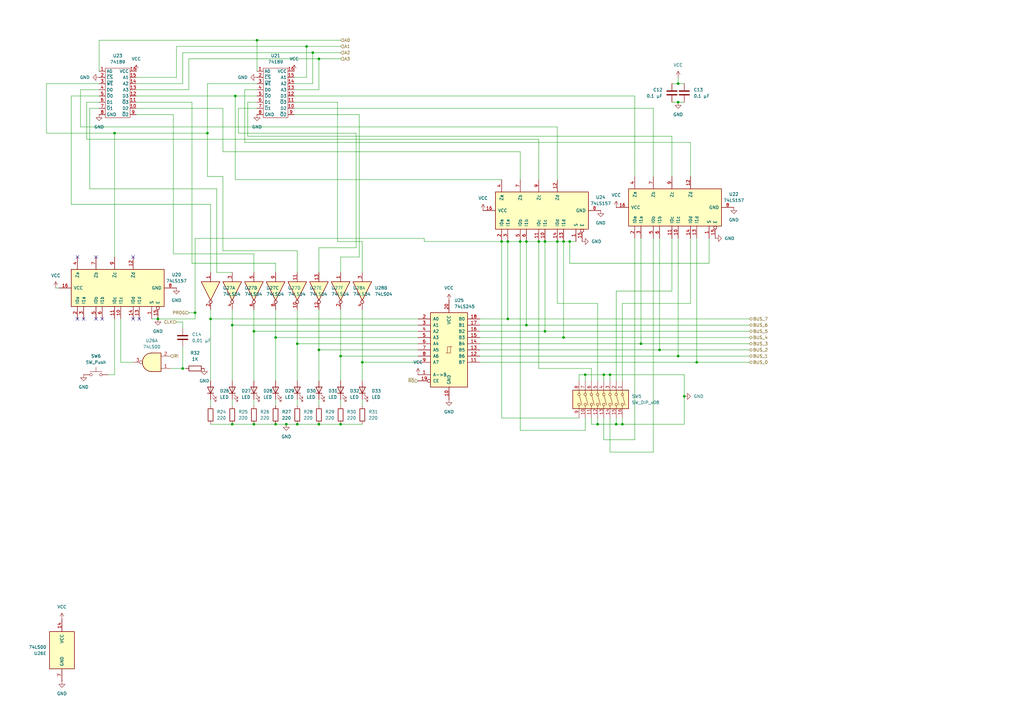
<source format=kicad_sch>
(kicad_sch (version 20250114) (generator "eeschema") (generator_version "9.0")
  (paper "A3")
  (lib_symbols
    (symbol "74F189SJ_2"
      (property "Reference" "U" (at 5.842 13.716 0))
      (property "Value" "74189" (at 7.112 11.176 0))
      (symbol "74F189SJ_2_1_1"
        (pin input line (at -2.54 1.27 0) (length 2.54) (name "A0") (number "1"))
        (pin input line (at -2.54 -1.27 0) (length 2.54) (name "~{CS}") (number "2"))
        (pin input line (at -2.54 -3.81 0) (length 2.54) (name "~{WE}") (number "3"))
        (pin input line (at -2.54 -6.35 0) (length 2.54) (name "D0") (number "4"))
        (pin output line (at -2.54 -8.89 0) (length 2.54) (name "~{O}0") (number "5"))
        (pin input line (at -2.54 -11.43 0) (length 2.54) (name "D1") (number "6"))
        (pin output line (at -2.54 -13.97 0) (length 2.54) (name "~{O}1") (number "7"))
        (pin input line (at -2.54 -16.51 0) (length 2.54) (name "GND") (number "8"))
        (pin input line (at 12.7 1.27 180) (length 2.54) (name "VCC") (number "16"))
        (pin input line (at 12.7 -1.27 180) (length 2.54) (name "A1") (number "15"))
        (pin input line (at 12.7 -3.81 180) (length 2.54) (name "A2") (number "14"))
        (pin input line (at 12.7 -6.35 180) (length 2.54) (name "A3") (number "13"))
        (pin input line (at 12.7 -8.89 180) (length 2.54) (name "D3") (number "12"))
        (pin output line (at 12.7 -11.43 180) (length 2.54) (name "~{O}3") (number "11"))
        (pin input line (at 12.7 -13.97 180) (length 2.54) (name "D2") (number "10"))
        (pin output line (at 12.7 -16.51 180) (length 2.54) (name "~{O}2") (number "9"))
      )
    )
    (symbol "74xx:74LS00" (pin_names (offset 1.016))
      (property "Reference" "U" (at 0 1.27 0))
      (property "Value" "74LS00" (at 0 -1.27 0))
      (symbol "74LS00_1_1"
        (pin input line (at -7.62 2.54 0) (length 3.81) (name "~") (number "1"))
        (pin input line (at -7.62 -2.54 0) (length 3.81) (name "~") (number "2"))
        (pin output inverted (at 7.62 0 180) (length 3.81) (name "~") (number "3"))
      )
      (symbol "74LS00_1_2"
        (pin input inverted (at -7.62 2.54 0) (length 4.318) (name "~") (number "1"))
        (pin input inverted (at -7.62 -2.54 0) (length 4.318) (name "~") (number "2"))
        (pin output line (at 7.62 0 180) (length 3.81) (name "~") (number "3"))
      )
      (symbol "74LS00_2_1"
        (pin input line (at -7.62 2.54 0) (length 3.81) (name "~") (number "4"))
        (pin input line (at -7.62 -2.54 0) (length 3.81) (name "~") (number "5"))
        (pin output inverted (at 7.62 0 180) (length 3.81) (name "~") (number "6"))
      )
      (symbol "74LS00_2_2"
        (pin input inverted (at -7.62 2.54 0) (length 4.318) (name "~") (number "4"))
        (pin input inverted (at -7.62 -2.54 0) (length 4.318) (name "~") (number "5"))
        (pin output line (at 7.62 0 180) (length 3.81) (name "~") (number "6"))
      )
      (symbol "74LS00_3_1"
        (pin input line (at -7.62 2.54 0) (length 3.81) (name "~") (number "9"))
        (pin input line (at -7.62 -2.54 0) (length 3.81) (name "~") (number "10"))
        (pin output inverted (at 7.62 0 180) (length 3.81) (name "~") (number "8"))
      )
      (symbol "74LS00_3_2"
        (pin input inverted (at -7.62 2.54 0) (length 4.318) (name "~") (number "9"))
        (pin input inverted (at -7.62 -2.54 0) (length 4.318) (name "~") (number "10"))
        (pin output line (at 7.62 0 180) (length 3.81) (name "~") (number "8"))
      )
      (symbol "74LS00_4_1"
        (pin input line (at -7.62 2.54 0) (length 3.81) (name "~") (number "12"))
        (pin input line (at -7.62 -2.54 0) (length 3.81) (name "~") (number "13"))
        (pin output inverted (at 7.62 0 180) (length 3.81) (name "~") (number "11"))
      )
      (symbol "74LS00_4_2"
        (pin input inverted (at -7.62 2.54 0) (length 4.318) (name "~") (number "12"))
        (pin input inverted (at -7.62 -2.54 0) (length 4.318) (name "~") (number "13"))
        (pin output line (at 7.62 0 180) (length 3.81) (name "~") (number "11"))
      )
      (symbol "74LS00_5_0"
        (pin power_in line (at 0 12.7 270) (length 5.08) (name "VCC") (number "14"))
        (pin power_in line (at 0 -12.7 90) (length 5.08) (name "GND") (number "7"))
      )
    )
    (symbol "74xx:74LS04"
      (property "Reference" "U" (at 0 1.27 0))
      (property "Value" "74LS04" (at 0 -1.27 0))
      (symbol "74LS04_1_0"
        (pin input line (at -7.62 0 0) (length 3.81) (name "~") (number "1"))
        (pin output inverted (at 7.62 0 180) (length 3.81) (name "~") (number "2"))
      )
      (symbol "74LS04_2_0"
        (pin input line (at -7.62 0 0) (length 3.81) (name "~") (number "3"))
        (pin output inverted (at 7.62 0 180) (length 3.81) (name "~") (number "4"))
      )
      (symbol "74LS04_3_0"
        (pin input line (at -7.62 0 0) (length 3.81) (name "~") (number "5"))
        (pin output inverted (at 7.62 0 180) (length 3.81) (name "~") (number "6"))
      )
      (symbol "74LS04_4_0"
        (pin input line (at -7.62 0 0) (length 3.81) (name "~") (number "9"))
        (pin output inverted (at 7.62 0 180) (length 3.81) (name "~") (number "8"))
      )
      (symbol "74LS04_5_0"
        (pin input line (at -7.62 0 0) (length 3.81) (name "~") (number "11"))
        (pin output inverted (at 7.62 0 180) (length 3.81) (name "~") (number "10"))
      )
      (symbol "74LS04_6_0"
        (pin input line (at -7.62 0 0) (length 3.81) (name "~") (number "13"))
        (pin output inverted (at 7.62 0 180) (length 3.81) (name "~") (number "12"))
      )
      (symbol "74LS04_7_0"
        (pin power_in line (at 0 12.7 270) (length 5.08) (name "VCC") (number "14"))
        (pin power_in line (at 0 -12.7 90) (length 5.08) (name "GND") (number "7"))
      )
    )
    (symbol "74xx:74LS157" (pin_names (offset 1.016))
      (property "Reference" "U" (at -7.62 19.05 0))
      (property "Value" "74LS157" (at -7.62 -21.59 0))
      (symbol "74LS157_1_0"
        (pin input line (at -12.7 15.24 0) (length 5.08) (name "I0a") (number "2"))
        (pin input line (at -12.7 12.7 0) (length 5.08) (name "I1a") (number "3"))
        (pin input line (at -12.7 7.62 0) (length 5.08) (name "I0b") (number "5"))
        (pin input line (at -12.7 5.08 0) (length 5.08) (name "I1b") (number "6"))
        (pin input line (at -12.7 0 0) (length 5.08) (name "I0c") (number "11"))
        (pin input line (at -12.7 -2.54 0) (length 5.08) (name "I1c") (number "10"))
        (pin input line (at -12.7 -7.62 0) (length 5.08) (name "I0d") (number "14"))
        (pin input line (at -12.7 -10.16 0) (length 5.08) (name "I1d") (number "13"))
        (pin input line (at -12.7 -15.24 0) (length 5.08) (name "S") (number "1"))
        (pin input inverted (at -12.7 -17.78 0) (length 5.08) (name "E") (number "15"))
        (pin power_in line (at 0 22.86 270) (length 5.08) (name "VCC") (number "16"))
        (pin power_in line (at 0 -25.4 90) (length 5.08) (name "GND") (number "8"))
        (pin output line (at 12.7 15.24 180) (length 5.08) (name "Za") (number "4"))
        (pin output line (at 12.7 7.62 180) (length 5.08) (name "Zb") (number "7"))
        (pin output line (at 12.7 0 180) (length 5.08) (name "Zc") (number "9"))
        (pin output line (at 12.7 -7.62 180) (length 5.08) (name "Zd") (number "12"))
      )
    )
    (symbol "74xx:74LS245" (pin_names (offset 1.016))
      (property "Reference" "U" (at -7.62 16.51 0))
      (property "Value" "74LS245" (at -7.62 -16.51 0))
      (symbol "74LS245_1_0"
        (pin tri_state line (at -12.7 12.7 0) (length 5.08) (name "A0") (number "2"))
        (pin tri_state line (at -12.7 10.16 0) (length 5.08) (name "A1") (number "3"))
        (pin tri_state line (at -12.7 7.62 0) (length 5.08) (name "A2") (number "4"))
        (pin tri_state line (at -12.7 5.08 0) (length 5.08) (name "A3") (number "5"))
        (pin tri_state line (at -12.7 2.54 0) (length 5.08) (name "A4") (number "6"))
        (pin tri_state line (at -12.7 0 0) (length 5.08) (name "A5") (number "7"))
        (pin tri_state line (at -12.7 -2.54 0) (length 5.08) (name "A6") (number "8"))
        (pin tri_state line (at -12.7 -5.08 0) (length 5.08) (name "A7") (number "9"))
        (pin input line (at -12.7 -10.16 0) (length 5.08) (name "A->B") (number "1"))
        (pin input inverted (at -12.7 -12.7 0) (length 5.08) (name "CE") (number "19"))
        (pin power_in line (at 0 20.32 270) (length 5.08) (name "VCC") (number "20"))
        (pin power_in line (at 0 -20.32 90) (length 5.08) (name "GND") (number "10"))
        (pin tri_state line (at 12.7 12.7 180) (length 5.08) (name "B0") (number "18"))
        (pin tri_state line (at 12.7 10.16 180) (length 5.08) (name "B1") (number "17"))
        (pin tri_state line (at 12.7 7.62 180) (length 5.08) (name "B2") (number "16"))
        (pin tri_state line (at 12.7 5.08 180) (length 5.08) (name "B3") (number "15"))
        (pin tri_state line (at 12.7 2.54 180) (length 5.08) (name "B4") (number "14"))
        (pin tri_state line (at 12.7 0 180) (length 5.08) (name "B5") (number "13"))
        (pin tri_state line (at 12.7 -2.54 180) (length 5.08) (name "B6") (number "12"))
        (pin tri_state line (at 12.7 -5.08 180) (length 5.08) (name "B7") (number "11"))
      )
    )
    (symbol "Custom:74F189SJ"
      (property "Reference" "U" (at 5.842 13.716 0))
      (property "Value" "74189" (at 7.112 11.176 0))
      (symbol "74F189SJ_1_1"
        (pin input line (at -2.54 1.27 0) (length 2.54) (name "A0") (number "1"))
        (pin input line (at -2.54 -1.27 0) (length 2.54) (name "~{CS}") (number "2"))
        (pin input line (at -2.54 -3.81 0) (length 2.54) (name "~{WE}") (number "3"))
        (pin input line (at -2.54 -6.35 0) (length 2.54) (name "D0") (number "4"))
        (pin output line (at -2.54 -8.89 0) (length 2.54) (name "~{O}0") (number "5"))
        (pin input line (at -2.54 -11.43 0) (length 2.54) (name "D1") (number "6"))
        (pin output line (at -2.54 -13.97 0) (length 2.54) (name "~{O}1") (number "7"))
        (pin input line (at -2.54 -16.51 0) (length 2.54) (name "GND") (number "8"))
        (pin input line (at 12.7 1.27 180) (length 2.54) (name "VCC") (number "16"))
        (pin input line (at 12.7 -1.27 180) (length 2.54) (name "A1") (number "15"))
        (pin input line (at 12.7 -3.81 180) (length 2.54) (name "A2") (number "14"))
        (pin input line (at 12.7 -6.35 180) (length 2.54) (name "A3") (number "13"))
        (pin input line (at 12.7 -8.89 180) (length 2.54) (name "D3") (number "12"))
        (pin output line (at 12.7 -11.43 180) (length 2.54) (name "~{O}3") (number "11"))
        (pin input line (at 12.7 -13.97 180) (length 2.54) (name "D2") (number "10"))
        (pin output line (at 12.7 -16.51 180) (length 2.54) (name "~{O}2") (number "9"))
      )
    )
    (symbol "Device:C" (pin_numbers (hide yes)) (pin_names (offset 0.254))
      (property "Reference" "C" (at 0.635 2.54 0))
      (property "Value" "C" (at 0.635 -2.54 0))
      (symbol "C_1_1"
        (pin passive line (at 0 3.81 270) (length 2.794) (name "~") (number "1"))
        (pin passive line (at 0 -3.81 90) (length 2.794) (name "~") (number "2"))
      )
    )
    (symbol "Device:LED" (pin_numbers (hide yes)) (pin_names (offset 1.016) (hide yes))
      (property "Reference" "D" (at 0 2.54 0))
      (property "Value" "LED" (at 0 -2.54 0))
      (symbol "LED_1_1"
        (pin passive line (at -3.81 0 0) (length 2.54) (name "K") (number "1"))
        (pin passive line (at 3.81 0 180) (length 2.54) (name "A") (number "2"))
      )
    )
    (symbol "Device:R" (pin_numbers (hide yes)) (pin_names (offset 0))
      (property "Reference" "R" (at 2.032 0 90))
      (property "Value" "R" (at 0 0 90))
      (symbol "R_1_1"
        (pin passive line (at 0 3.81 270) (length 1.27) (name "~") (number "1"))
        (pin passive line (at 0 -3.81 90) (length 1.27) (name "~") (number "2"))
      )
    )
    (symbol "Switch:SW_DIP_x08" (pin_names (offset 0) (hide yes))
      (property "Reference" "SW" (at 0 13.97 0))
      (property "Value" "SW_DIP_x08" (at 0 -11.43 0))
      (symbol "SW_DIP_x08_1_1"
        (pin passive line (at -7.62 10.16 0) (length 5.08) (name "~") (number "1"))
        (pin passive line (at -7.62 7.62 0) (length 5.08) (name "~") (number "2"))
        (pin passive line (at -7.62 5.08 0) (length 5.08) (name "~") (number "3"))
        (pin passive line (at -7.62 2.54 0) (length 5.08) (name "~") (number "4"))
        (pin passive line (at -7.62 0 0) (length 5.08) (name "~") (number "5"))
        (pin passive line (at -7.62 -2.54 0) (length 5.08) (name "~") (number "6"))
        (pin passive line (at -7.62 -5.08 0) (length 5.08) (name "~") (number "7"))
        (pin passive line (at -7.62 -7.62 0) (length 5.08) (name "~") (number "8"))
        (pin passive line (at 7.62 10.16 180) (length 5.08) (name "~") (number "16"))
        (pin passive line (at 7.62 7.62 180) (length 5.08) (name "~") (number "15"))
        (pin passive line (at 7.62 5.08 180) (length 5.08) (name "~") (number "14"))
        (pin passive line (at 7.62 2.54 180) (length 5.08) (name "~") (number "13"))
        (pin passive line (at 7.62 0 180) (length 5.08) (name "~") (number "12"))
        (pin passive line (at 7.62 -2.54 180) (length 5.08) (name "~") (number "11"))
        (pin passive line (at 7.62 -5.08 180) (length 5.08) (name "~") (number "10"))
        (pin passive line (at 7.62 -7.62 180) (length 5.08) (name "~") (number "9"))
      )
    )
    (symbol "Switch:SW_Push" (pin_numbers (hide yes)) (pin_names (offset 1.016) (hide yes))
      (property "Reference" "SW" (at 1.27 2.54 0))
      (property "Value" "SW_Push" (at 0 -1.524 0))
      (symbol "SW_Push_0_1"
        (pin passive line (at -5.08 0 0) (length 2.54) (name "1") (number "1"))
        (pin passive line (at 5.08 0 180) (length 2.54) (name "2") (number "2"))
      )
    )
    (symbol "power:GND" (power) (pin_numbers (hide yes)) (pin_names (offset 0) (hide yes))
      (property "Value" "GND" (at 0 -3.81 0))
      (symbol "GND_1_1"
        (pin power_in line (at 0 0 270) (length 0) (name "~") (number "1"))
      )
    )
    (symbol "power:VCC" (power) (pin_numbers (hide yes)) (pin_names (offset 0) (hide yes))
      (property "Value" "VCC" (at 0 3.556 0))
      (symbol "VCC_1_1"
        (pin power_in line (at 0 0 90) (length 0) (name "~") (number "1"))
      )
    )
  )
  (junction (at 280.67 162.56))
  (junction (at 213.36 99.06))
  (junction (at 223.52 99.06))
  (junction (at 233.68 99.06))
  (junction (at 245.11 173.99))
  (junction (at 231.14 138.43))
  (junction (at 285.75 148.59))
  (junction (at 148.59 148.59))
  (junction (at 208.28 130.81))
  (junction (at 250.19 153.67))
  (junction (at 205.74 99.06))
  (junction (at 139.7 146.05))
  (junction (at 278.13 146.05))
  (junction (at 125.73 19.05))
  (junction (at 130.81 173.99))
  (junction (at 74.93 151.13))
  (junction (at 240.03 153.67))
  (junction (at 104.14 135.89))
  (junction (at 113.03 138.43))
  (junction (at 105.41 16.51))
  (junction (at 278.13 41.91))
  (junction (at 128.27 21.59))
  (junction (at 220.98 99.06))
  (junction (at 278.13 34.29))
  (junction (at 104.14 173.99))
  (junction (at 64.77 130.81))
  (junction (at 223.52 135.89))
  (junction (at 96.52 39.37))
  (junction (at 215.9 133.35))
  (junction (at 85.09 54.61))
  (junction (at 117.4206 173.99))
  (junction (at 86.36 130.81))
  (junction (at 262.89 140.97))
  (junction (at 228.6 99.06))
  (junction (at 121.92 173.99))
  (junction (at 95.25 173.99))
  (junction (at 255.27 173.99))
  (junction (at 270.51 143.51))
  (junction (at 215.9 99.06))
  (junction (at 113.03 173.99))
  (junction (at 252.73 173.99))
  (junction (at 130.81 24.13))
  (junction (at 95.25 133.35))
  (junction (at 247.65 153.67))
  (junction (at 121.92 140.97))
  (junction (at 80.01 128.27))
  (junction (at 130.81 143.51))
  (junction (at 46.99 54.61))
  (junction (at 231.14 99.06))
  (junction (at 208.28 99.06))
  (junction (at 139.7 173.99))
  (no_connect (at 39.37 105.41))
  (no_connect (at 54.61 105.41))
  (no_connect (at 57.15 130.81))
  (no_connect (at 39.37 130.81))
  (no_connect (at 41.91 130.81))
  (no_connect (at 31.75 105.41))
  (no_connect (at 31.75 130.81))
  (no_connect (at 34.29 130.81))
  (no_connect (at 54.61 130.81))
  (wire (pts (xy 213.36 99.06) (xy 208.28 99.06)))
  (wire (pts (xy 147.32 105.41) (xy 139.7 105.41)))
  (wire (pts (xy 148.59 99.06) (xy 148.59 111.76)))
  (wire (pts (xy 113.03 163.83) (xy 113.03 166.37)))
  (wire (pts (xy 121.92 140.97) (xy 171.45 140.97)))
  (wire (pts (xy 120.65 34.29) (xy 128.27 34.29)))
  (wire (pts (xy 74.93 34.29) (xy 74.93 21.59)))
  (wire (pts (xy 33.02 36.83) (xy 33.02 52.07)))
  (wire (pts (xy 285.75 148.59) (xy 307.34 148.59)))
  (wire (pts (xy 120.65 39.37) (xy 260.35 39.37)))
  (wire (pts (xy 231.14 99.06) (xy 228.6 99.06)))
  (wire (pts (xy 196.85 143.51) (xy 270.51 143.51)))
  (wire (pts (xy 139.7 105.41) (xy 139.7 111.76)))
  (wire (pts (xy 130.81 143.51) (xy 171.45 143.51)))
  (wire (pts (xy 74.93 142.24) (xy 74.93 151.13)))
  (wire (pts (xy 40.64 34.29) (xy 19.05 34.29)))
  (wire (pts (xy 237.49 153.67) (xy 240.03 153.67)))
  (wire (pts (xy 260.35 180.34) (xy 247.65 180.34)))
  (wire (pts (xy 105.41 41.91) (xy 101.6 41.91)))
  (wire (pts (xy 138.43 41.91) (xy 138.43 99.06)))
  (wire (pts (xy 278.13 146.05) (xy 307.34 146.05)))
  (wire (pts (xy 86.36 83.82) (xy 86.36 111.76)))
  (wire (pts (xy 64.77 130.81) (xy 80.01 130.81)))
  (wire (pts (xy 275.59 41.91) (xy 278.13 41.91)))
  (wire (pts (xy 85.09 72.39) (xy 91.44 72.39)))
  (wire (pts (xy 245.11 171.45) (xy 245.11 173.99)))
  (wire (pts (xy 40.64 16.51) (xy 105.41 16.51)))
  (wire (pts (xy 242.57 151.13) (xy 242.57 156.21)))
  (wire (pts (xy 240.03 176.53) (xy 240.03 171.45)))
  (wire (pts (xy 74.93 151.13) (xy 69.85 151.13)))
  (wire (pts (xy 120.65 44.45) (xy 267.97 44.45)))
  (wire (pts (xy 74.93 21.59) (xy 128.27 21.59)))
  (wire (pts (xy 104.14 104.14) (xy 104.14 111.76)))
  (wire (pts (xy 240.03 153.67) (xy 240.03 156.21)))
  (wire (pts (xy 121.92 173.99) (xy 130.81 173.99)))
  (wire (pts (xy 78.74 107.95) (xy 113.03 107.95)))
  (wire (pts (xy 101.6 55.88) (xy 275.59 55.88)))
  (wire (pts (xy 250.19 153.67) (xy 280.67 153.67)))
  (wire (pts (xy 255.27 124.46) (xy 255.27 156.21)))
  (wire (pts (xy 120.65 41.91) (xy 138.43 41.91)))
  (wire (pts (xy 88.9 111.76) (xy 95.25 111.76)))
  (wire (pts (xy 205.74 99.06) (xy 173.99 99.06)))
  (wire (pts (xy 55.88 36.83) (xy 77.47 36.83)))
  (wire (pts (xy 250.19 153.67) (xy 250.19 156.21)))
  (wire (pts (xy 242.57 173.99) (xy 245.11 173.99)))
  (wire (pts (xy 95.25 163.83) (xy 95.25 166.37)))
  (wire (pts (xy 223.52 99.06) (xy 223.52 135.89)))
  (wire (pts (xy 80.01 130.81) (xy 80.01 128.27)))
  (wire (pts (xy 215.9 99.06) (xy 213.36 99.06)))
  (wire (pts (xy 71.12 104.14) (xy 104.14 104.14)))
  (wire (pts (xy 228.6 124.46) (xy 245.11 124.46)))
  (wire (pts (xy 240.03 153.67) (xy 247.65 153.67)))
  (wire (pts (xy 283.21 124.46) (xy 255.27 124.46)))
  (wire (pts (xy 40.64 39.37) (xy 29.21 39.37)))
  (wire (pts (xy 96.52 73.66) (xy 205.74 73.66)))
  (wire (pts (xy 19.05 34.29) (xy 19.05 54.61)))
  (wire (pts (xy 223.52 135.89) (xy 307.34 135.89)))
  (wire (pts (xy 139.7 146.05) (xy 139.7 156.21)))
  (wire (pts (xy 86.36 127) (xy 86.36 130.81)))
  (wire (pts (xy 55.88 39.37) (xy 96.52 39.37)))
  (wire (pts (xy 113.03 107.95) (xy 113.03 111.76)))
  (wire (pts (xy 213.36 176.53) (xy 240.03 176.53)))
  (wire (pts (xy 236.22 99.06) (xy 233.68 99.06)))
  (wire (pts (xy 213.36 99.06) (xy 213.36 176.53)))
  (wire (pts (xy 72.39 19.05) (xy 125.73 19.05)))
  (wire (pts (xy 55.88 44.45) (xy 91.44 44.45)))
  (wire (pts (xy 86.36 130.81) (xy 86.36 156.21)))
  (wire (pts (xy 104.14 135.89) (xy 104.14 156.21)))
  (wire (pts (xy 148.59 127) (xy 148.59 148.59)))
  (wire (pts (xy 105.41 34.29) (xy 85.09 34.29)))
  (wire (pts (xy 46.99 54.61) (xy 85.09 54.61)))
  (wire (pts (xy 35.56 57.15) (xy 220.98 57.15)))
  (wire (pts (xy 19.05 54.61) (xy 46.99 54.61)))
  (wire (pts (xy 267.97 97.79) (xy 267.97 185.42)))
  (wire (pts (xy 228.6 52.07) (xy 228.6 73.66)))
  (wire (pts (xy 86.36 163.83) (xy 86.36 166.37)))
  (wire (pts (xy 78.74 41.91) (xy 78.74 107.95)))
  (wire (pts (xy 121.92 127) (xy 121.92 140.97)))
  (wire (pts (xy 121.92 102.87) (xy 121.92 111.76)))
  (wire (pts (xy 255.27 171.45) (xy 255.27 173.99)))
  (wire (pts (xy 148.59 148.59) (xy 148.59 156.21)))
  (wire (pts (xy 86.36 173.99) (xy 95.25 173.99)))
  (wire (pts (xy 49.53 130.81) (xy 49.53 148.59)))
  (wire (pts (xy 95.25 173.99) (xy 104.14 173.99)))
  (wire (pts (xy 285.75 97.79) (xy 285.75 148.59)))
  (wire (pts (xy 120.65 31.75) (xy 125.73 31.75)))
  (wire (pts (xy 247.65 153.67) (xy 250.19 153.67)))
  (wire (pts (xy 208.28 99.06) (xy 205.74 99.06)))
  (wire (pts (xy 139.7 163.83) (xy 139.7 166.37)))
  (wire (pts (xy 86.36 130.81) (xy 171.45 130.81)))
  (wire (pts (xy 278.13 97.79) (xy 278.13 146.05)))
  (wire (pts (xy 220.98 151.13) (xy 242.57 151.13)))
  (wire (pts (xy 196.85 135.89) (xy 223.52 135.89)))
  (wire (pts (xy 196.85 148.59) (xy 285.75 148.59)))
  (wire (pts (xy 130.81 163.83) (xy 130.81 166.37)))
  (wire (pts (xy 24.13 118.11) (xy 22.86 118.11)))
  (wire (pts (xy 220.98 57.15) (xy 220.98 73.66)))
  (wire (pts (xy 252.73 119.38) (xy 252.73 156.21)))
  (wire (pts (xy 36.83 77.47) (xy 88.9 77.47)))
  (wire (pts (xy 283.21 97.79) (xy 283.21 124.46)))
  (wire (pts (xy 278.13 34.29) (xy 278.13 31.75)))
  (wire (pts (xy 77.47 36.83) (xy 77.47 24.13)))
  (wire (pts (xy 270.51 97.79) (xy 270.51 143.51)))
  (wire (pts (xy 242.57 171.45) (xy 242.57 173.99)))
  (wire (pts (xy 29.21 39.37) (xy 29.21 83.82)))
  (wire (pts (xy 105.41 36.83) (xy 100.33 36.83)))
  (wire (pts (xy 196.85 130.81) (xy 208.28 130.81)))
  (wire (pts (xy 233.68 99.06) (xy 231.14 99.06)))
  (wire (pts (xy 245.11 173.99) (xy 252.73 173.99)))
  (wire (pts (xy 72.39 132.08) (xy 74.93 132.08)))
  (wire (pts (xy 278.13 34.29) (xy 275.59 34.29)))
  (wire (pts (xy 252.73 173.99) (xy 255.27 173.99)))
  (wire (pts (xy 88.9 77.47) (xy 88.9 111.76)))
  (wire (pts (xy 55.88 41.91) (xy 78.74 41.91)))
  (wire (pts (xy 104.14 127) (xy 104.14 135.89)))
  (wire (pts (xy 196.85 146.05) (xy 278.13 146.05)))
  (wire (pts (xy 55.88 31.75) (xy 72.39 31.75)))
  (wire (pts (xy 223.52 99.06) (xy 220.98 99.06)))
  (wire (pts (xy 121.92 163.83) (xy 121.92 166.37)))
  (wire (pts (xy 205.74 171.45) (xy 237.49 171.45)))
  (wire (pts (xy 255.27 173.99) (xy 280.67 173.99)))
  (wire (pts (xy 237.49 156.21) (xy 237.49 153.67)))
  (wire (pts (xy 196.85 138.43) (xy 231.14 138.43)))
  (wire (pts (xy 130.81 127) (xy 130.81 143.51)))
  (wire (pts (xy 97.79 44.45) (xy 97.79 54.61)))
  (wire (pts (xy 85.09 34.29) (xy 85.09 54.61)))
  (wire (pts (xy 208.28 130.81) (xy 307.34 130.81)))
  (wire (pts (xy 231.14 99.06) (xy 231.14 138.43)))
  (wire (pts (xy 196.85 133.35) (xy 215.9 133.35)))
  (wire (pts (xy 95.25 127) (xy 95.25 133.35)))
  (wire (pts (xy 105.41 29.21) (xy 105.41 16.51)))
  (wire (pts (xy 100.33 36.83) (xy 100.33 58.42)))
  (wire (pts (xy 55.88 34.29) (xy 74.93 34.29)))
  (wire (pts (xy 91.44 72.39) (xy 91.44 102.87)))
  (wire (pts (xy 139.7 127) (xy 139.7 146.05)))
  (wire (pts (xy 267.97 44.45) (xy 267.97 72.39)))
  (wire (pts (xy 275.59 119.38) (xy 252.73 119.38)))
  (wire (pts (xy 120.65 36.83) (xy 130.81 36.83)))
  (wire (pts (xy 250.19 185.42) (xy 250.19 171.45)))
  (wire (pts (xy 100.33 58.42) (xy 283.21 58.42)))
  (wire (pts (xy 120.65 46.99) (xy 147.32 46.99)))
  (wire (pts (xy 91.44 44.45) (xy 91.44 62.23)))
  (wire (pts (xy 280.67 153.67) (xy 280.67 162.56)))
  (wire (pts (xy 290.83 97.79) (xy 290.83 107.95)))
  (wire (pts (xy 146.05 101.6) (xy 130.81 101.6)))
  (wire (pts (xy 101.6 41.91) (xy 101.6 55.88)))
  (wire (pts (xy 128.27 21.59) (xy 139.7 21.59)))
  (wire (pts (xy 77.47 24.13) (xy 130.81 24.13)))
  (wire (pts (xy 228.6 99.06) (xy 223.52 99.06)))
  (wire (pts (xy 208.28 99.06) (xy 208.28 130.81)))
  (wire (pts (xy 139.7 173.99) (xy 148.59 173.99)))
  (wire (pts (xy 40.64 29.21) (xy 40.64 16.51)))
  (wire (pts (xy 113.03 138.43) (xy 113.03 156.21)))
  (wire (pts (xy 62.23 130.81) (xy 64.77 130.81)))
  (wire (pts (xy 260.35 97.79) (xy 260.35 180.34)))
  (wire (pts (xy 130.81 36.83) (xy 130.81 24.13)))
  (wire (pts (xy 233.68 107.95) (xy 233.68 99.06)))
  (wire (pts (xy 113.03 173.99) (xy 117.4206 173.99)))
  (wire (pts (xy 252.73 171.45) (xy 252.73 173.99)))
  (wire (pts (xy 71.12 46.99) (xy 71.12 104.14)))
  (wire (pts (xy 85.09 54.61) (xy 85.09 72.39)))
  (wire (pts (xy 138.43 99.06) (xy 148.59 99.06)))
  (wire (pts (xy 260.35 39.37) (xy 260.35 72.39)))
  (wire (pts (xy 105.41 16.51) (xy 139.7 16.51)))
  (wire (pts (xy 275.59 97.79) (xy 275.59 119.38)))
  (wire (pts (xy 117.4206 173.99) (xy 121.92 173.99)))
  (wire (pts (xy 29.21 83.82) (xy 86.36 83.82)))
  (wire (pts (xy 72.39 31.75) (xy 72.39 19.05)))
  (wire (pts (xy 97.79 54.61) (xy 146.05 54.61)))
  (wire (pts (xy 40.64 41.91) (xy 35.56 41.91)))
  (wire (pts (xy 275.59 55.88) (xy 275.59 72.39)))
  (wire (pts (xy 147.32 46.99) (xy 147.32 105.41)))
  (wire (pts (xy 231.14 138.43) (xy 307.34 138.43)))
  (wire (pts (xy 104.14 163.83) (xy 104.14 166.37)))
  (wire (pts (xy 228.6 99.06) (xy 228.6 124.46)))
  (wire (pts (xy 128.27 34.29) (xy 128.27 21.59)))
  (wire (pts (xy 46.99 153.67) (xy 44.45 153.67)))
  (wire (pts (xy 262.89 97.79) (xy 262.89 140.97)))
  (wire (pts (xy 96.52 39.37) (xy 105.41 39.37)))
  (wire (pts (xy 74.93 151.13) (xy 76.2 151.13)))
  (wire (pts (xy 215.9 133.35) (xy 307.34 133.35)))
  (wire (pts (xy 46.99 54.61) (xy 46.99 105.41)))
  (wire (pts (xy 215.9 99.06) (xy 215.9 133.35)))
  (wire (pts (xy 213.36 62.23) (xy 213.36 73.66)))
  (wire (pts (xy 267.97 185.42) (xy 250.19 185.42)))
  (wire (pts (xy 49.53 148.59) (xy 54.61 148.59)))
  (wire (pts (xy 270.51 143.51) (xy 307.34 143.51)))
  (wire (pts (xy 130.81 101.6) (xy 130.81 111.76)))
  (wire (pts (xy 125.73 31.75) (xy 125.73 19.05)))
  (wire (pts (xy 146.05 54.61) (xy 146.05 101.6)))
  (wire (pts (xy 247.65 153.67) (xy 247.65 156.21)))
  (wire (pts (xy 91.44 62.23) (xy 213.36 62.23)))
  (wire (pts (xy 36.83 44.45) (xy 36.83 77.47)))
  (wire (pts (xy 46.99 130.81) (xy 46.99 153.67)))
  (wire (pts (xy 247.65 180.34) (xy 247.65 171.45)))
  (wire (pts (xy 35.56 41.91) (xy 35.56 57.15)))
  (wire (pts (xy 196.85 140.97) (xy 262.89 140.97)))
  (wire (pts (xy 130.81 173.99) (xy 139.7 173.99)))
  (wire (pts (xy 105.41 44.45) (xy 97.79 44.45)))
  (wire (pts (xy 113.03 127) (xy 113.03 138.43)))
  (wire (pts (xy 262.89 140.97) (xy 307.34 140.97)))
  (wire (pts (xy 171.45 138.43) (xy 113.03 138.43)))
  (wire (pts (xy 171.45 135.89) (xy 104.14 135.89)))
  (wire (pts (xy 55.88 46.99) (xy 71.12 46.99)))
  (wire (pts (xy 220.98 99.06) (xy 215.9 99.06)))
  (wire (pts (xy 278.13 34.29) (xy 280.67 34.29)))
  (wire (pts (xy 130.81 24.13) (xy 139.7 24.13)))
  (wire (pts (xy 40.64 36.83) (xy 33.02 36.83)))
  (wire (pts (xy 148.59 148.59) (xy 171.45 148.59)))
  (wire (pts (xy 278.13 41.91) (xy 280.67 41.91)))
  (wire (pts (xy 91.44 102.87) (xy 121.92 102.87)))
  (wire (pts (xy 205.74 99.06) (xy 205.74 171.45)))
  (wire (pts (xy 283.21 58.42) (xy 283.21 72.39)))
  (wire (pts (xy 130.81 143.51) (xy 130.81 156.21)))
  (wire (pts (xy 33.02 52.07) (xy 228.6 52.07)))
  (wire (pts (xy 104.14 173.99) (xy 113.03 173.99)))
  (wire (pts (xy 245.11 124.46) (xy 245.11 156.21)))
  (wire (pts (xy 125.73 19.05) (xy 139.7 19.05)))
  (wire (pts (xy 121.92 140.97) (xy 121.92 156.21)))
  (wire (pts (xy 173.99 99.06) (xy 173.99 97.79)))
  (wire (pts (xy 280.67 173.99) (xy 280.67 162.56)))
  (wire (pts (xy 220.98 99.06) (xy 220.98 151.13)))
  (wire (pts (xy 95.25 133.35) (xy 95.25 156.21)))
  (wire (pts (xy 74.93 132.08) (xy 74.93 134.62)))
  (wire (pts (xy 80.01 97.79) (xy 80.01 128.27)))
  (wire (pts (xy 80.01 128.27) (xy 77.47 128.27)))
  (wire (pts (xy 148.59 163.83) (xy 148.59 166.37)))
  (wire (pts (xy 96.52 39.37) (xy 96.52 73.66)))
  (wire (pts (xy 171.45 133.35) (xy 95.25 133.35)))
  (wire (pts (xy 171.45 146.05) (xy 139.7 146.05)))
  (wire (pts (xy 290.83 107.95) (xy 233.68 107.95)))
  (wire (pts (xy 40.64 44.45) (xy 36.83 44.45)))
  (wire (pts (xy 173.99 97.79) (xy 80.01 97.79)))
  (hierarchical_label "A0" (shape input) (at 139.7 16.51 0))
  (hierarchical_label "PROG" (shape input) (at 77.47 128.27 180))
  (hierarchical_label "CLK" (shape input) (at 72.39 132.08 180))
  (hierarchical_label "A2" (shape input) (at 139.7 21.59 0))
  (hierarchical_label "~{R0}" (shape input) (at 171.45 156.21 180))
  (hierarchical_label "BUS_1" (shape bidirectional) (at 307.34 146.05 0))
  (hierarchical_label "RI" (shape input) (at 69.85 146.05 0))
  (hierarchical_label "BUS_4" (shape bidirectional) (at 307.34 138.43 0))
  (hierarchical_label "BUS_6" (shape bidirectional) (at 307.34 133.35 0))
  (hierarchical_label "BUS_0" (shape bidirectional) (at 307.34 148.59 0))
  (hierarchical_label "A1" (shape input) (at 139.7 19.05 0))
  (hierarchical_label "BUS_5" (shape bidirectional) (at 307.34 135.89 0))
  (hierarchical_label "BUS_3" (shape bidirectional) (at 307.34 140.97 0))
  (hierarchical_label "BUS_2" (shape bidirectional) (at 307.34 143.51 0))
  (hierarchical_label "A3" (shape input) (at 139.7 24.13 0))
  (hierarchical_label "BUS_7" (shape bidirectional) (at 307.34 130.81 0))
  (symbol (lib_id "power:GND") (at 72.39 118.11 0) (unit 1)
    (property "Reference" "#PWR027" (effects (hide yes)))
    (property "Value" "GND" (at 72.39 123.19 0))
    (property "Description" "Power symbol creates a global label with name \"GND\" , ground" (effects (hide yes)))
  )
  (symbol (lib_id "74xx:74LS04") (at 95.25 119.38 270) (unit 2)
    (property "Reference" "U27" (at 100.33 118.1099 90) (effects (justify left)))
    (property "Value" "74LS04" (at 100.33 120.6499 90) (effects (justify left)))
    (property "Datasheet" "http://www.ti.com/lit/gpn/sn74LS04" (effects (hide yes)))
    (property "Description" "Hex Inverter" (effects (hide yes)))
  )
  (symbol (lib_id "Device:C") (at 275.59 38.1 0) (mirror y) (unit 1)
    (property "Reference" "C12" (at 271.78 36.8299 0) (effects (justify left)))
    (property "Value" "0.1 µF" (at 271.78 39.3699 0) (effects (justify left)))
    (property "Footprint" "Capacitor_THT:C_Radial_D5.0mm_H5.0mm_P2.00mm" (effects (hide yes)))
    (property "Description" "Unpolarized capacitor" (effects (hide yes)))
  )
  (symbol (lib_id "power:VCC") (at 171.45 153.67 0) (unit 1)
    (property "Reference" "#PWR042" (effects (hide yes)))
    (property "Value" "VCC" (at 171.45 148.59 0))
    (property "Description" "Power symbol creates a global label with name \"VCC\"" (effects (hide yes)))
  )
  (symbol (lib_id "power:GND") (at 105.41 46.99 0) (unit 1)
    (property "Reference" "#PWR031" (effects (hide yes)))
    (property "Value" "GND" (at 105.41 52.07 0))
    (property "Description" "Power symbol creates a global label with name \"GND\" , ground" (effects (hide yes)))
  )
  (symbol (lib_id "power:VCC") (at 184.15 123.19 0) (unit 1)
    (property "Reference" "#PWR044" (effects (hide yes)))
    (property "Value" "VCC" (at 184.15 118.11 0))
    (property "Description" "Power symbol creates a global label with name \"VCC\"" (effects (hide yes)))
  )
  (symbol (lib_id "power:GND") (at 25.4 279.4 0) (unit 1)
    (property "Reference" "#PWR069" (effects (hide yes)))
    (property "Value" "GND" (at 25.4 284.48 0))
    (property "Description" "Power symbol creates a global label with name \"GND\" , ground" (effects (hide yes)))
  )
  (symbol (lib_id "power:GND") (at 246.38 86.36 0) (unit 1)
    (property "Reference" "#PWR029" (effects (hide yes)))
    (property "Value" "GND" (at 246.38 91.44 0))
    (property "Description" "Power symbol creates a global label with name \"GND\" , ground" (effects (hide yes)))
  )
  (symbol (lib_id "74xx:74LS04") (at 139.7 119.38 270) (unit 1)
    (property "Reference" "U28" (at 144.78 118.1099 90) (effects (justify left)))
    (property "Value" "74LS04" (at 144.78 120.6499 90) (effects (justify left)))
    (property "Datasheet" "http://www.ti.com/lit/gpn/sn74LS04" (effects (hide yes)))
    (property "Description" "Hex Inverter" (effects (hide yes)))
  )
  (symbol (lib_id "power:GND") (at 40.64 31.75 270) (unit 1)
    (property "Reference" "#PWR040" (effects (hide yes)))
    (property "Value" "GND" (at 36.83 31.7499 90) (effects (justify right)))
    (property "Description" "Power symbol creates a global label with name \"GND\" , ground" (effects (hide yes)))
  )
  (symbol (lib_id "power:GND") (at 40.64 46.99 0) (unit 1)
    (property "Reference" "#PWR030" (effects (hide yes)))
    (property "Value" "GND" (at 40.64 52.07 0))
    (property "Description" "Power symbol creates a global label with name \"GND\" , ground" (effects (hide yes)))
  )
  (symbol (lib_id "Device:C") (at 74.93 138.43 0) (unit 1)
    (property "Reference" "C14" (at 78.74 137.1599 0) (effects (justify left)))
    (property "Value" "0.01 µF" (at 78.74 139.6999 0) (effects (justify left)))
    (property "Footprint" "Capacitor_THT:C_Radial_D5.0mm_H5.0mm_P2.00mm" (effects (hide yes)))
    (property "Description" "Unpolarized capacitor" (effects (hide yes)))
  )
  (symbol (lib_id "power:GND") (at 300.99 85.09 0) (unit 1)
    (property "Reference" "#PWR028" (effects (hide yes)))
    (property "Value" "GND" (at 300.99 90.17 0))
    (property "Description" "Power symbol creates a global label with name \"GND\" , ground" (effects (hide yes)))
  )
  (symbol (lib_id "power:GND") (at 238.76 99.06 90) (unit 1)
    (property "Reference" "#PWR046" (effects (hide yes)))
    (property "Value" "GND" (at 242.57 99.0599 90) (effects (justify right)))
    (property "Description" "Power symbol creates a global label with name \"GND\" , ground" (effects (hide yes)))
  )
  (symbol (lib_id "Device:LED") (at 95.25 160.02 90) (unit 1)
    (property "Reference" "D27" (at 99.06 160.3374 90) (effects (justify right)))
    (property "Value" "LED" (at 99.06 162.8774 90) (effects (justify right)))
    (property "Footprint" "LED_THT:LED_D1.8mm_W1.8mm_H2.4mm_Horizontal_O1.27mm_Z1.6mm" (effects (hide yes)))
    (property "Description" "Light emitting diode" (effects (hide yes)))
    (property "Sim.Pins" "1=K 2=A" (effects (hide yes)))
  )
  (symbol (lib_id "74xx:74LS04") (at 104.14 119.38 270) (unit 3)
    (property "Reference" "U27" (at 109.22 118.1099 90) (effects (justify left)))
    (property "Value" "74LS04" (at 109.22 120.6499 90) (effects (justify left)))
    (property "Datasheet" "http://www.ti.com/lit/gpn/sn74LS04" (effects (hide yes)))
    (property "Description" "Hex Inverter" (effects (hide yes)))
  )
  (symbol (lib_id "power:GND") (at 184.15 163.83 0) (unit 1)
    (property "Reference" "#PWR043" (effects (hide yes)))
    (property "Value" "GND" (at 184.15 168.91 0))
    (property "Description" "Power symbol creates a global label with name \"GND\" , ground" (effects (hide yes)))
  )
  (symbol (lib_id "Custom:74F189SJ") (at 107.95 30.48 0) (unit 1)
    (property "Reference" "U21" (at 113.03 22.86 0))
    (property "Value" "74189" (at 113.03 25.4 0))
    (property "Datasheet" "https://eater.net/datasheets/74189.pdf" (effects (hide yes)))
  )
  (symbol (lib_id "Device:R") (at 148.59 170.18 0) (unit 1)
    (property "Reference" "R31" (at 151.13 168.9099 0) (effects (justify left)))
    (property "Value" "220" (at 151.13 171.4499 0) (effects (justify left)))
    (property "Footprint" "Resistor_THT:R_Axial_DIN0207_L6.3mm_D2.5mm_P7.62mm_Horizontal" (effects (hide yes)))
    (property "Description" "Resistor" (effects (hide yes)))
  )
  (symbol (lib_id "Device:LED") (at 139.7 160.02 90) (unit 1)
    (property "Reference" "D32" (at 143.51 160.3374 90) (effects (justify right)))
    (property "Value" "LED" (at 143.51 162.8774 90) (effects (justify right)))
    (property "Footprint" "LED_THT:LED_D1.8mm_W1.8mm_H2.4mm_Horizontal_O1.27mm_Z1.6mm" (effects (hide yes)))
    (property "Description" "Light emitting diode" (effects (hide yes)))
    (property "Sim.Pins" "1=K 2=A" (effects (hide yes)))
  )
  (symbol (lib_id "Device:LED") (at 86.36 160.02 90) (unit 1)
    (property "Reference" "D26" (at 90.17 160.3374 90) (effects (justify right)))
    (property "Value" "LED" (at 90.17 162.8774 90) (effects (justify right)))
    (property "Footprint" "LED_THT:LED_D1.8mm_W1.8mm_H2.4mm_Horizontal_O1.27mm_Z1.6mm" (effects (hide yes)))
    (property "Description" "Light emitting diode" (effects (hide yes)))
    (property "Sim.Pins" "1=K 2=A" (effects (hide yes)))
  )
  (symbol (lib_name "74F189SJ_2") (lib_id "Custom:74F189SJ") (at 43.18 30.48 0) (unit 1)
    (property "Reference" "U23" (at 48.26 22.86 0))
    (property "Value" "74189" (at 48.26 25.4 0))
    (property "Datasheet" "https://eater.net/datasheets/74189.pdf" (effects (hide yes)))
  )
  (symbol (lib_id "Device:C") (at 280.67 38.1 0) (unit 1)
    (property "Reference" "C13" (at 284.48 36.8299 0) (effects (justify left)))
    (property "Value" "0.1 µF" (at 284.48 39.3699 0) (effects (justify left)))
    (property "Footprint" "Capacitor_THT:C_Radial_D5.0mm_H5.0mm_P2.00mm" (effects (hide yes)))
    (property "Description" "Unpolarized capacitor" (effects (hide yes)))
  )
  (symbol (lib_id "power:VCC") (at 278.13 31.75 0) (unit 1)
    (property "Reference" "#PWR037" (effects (hide yes)))
    (property "Value" "VCC" (at 278.13 26.67 0))
    (property "Description" "Power symbol creates a global label with name \"VCC\"" (effects (hide yes)))
  )
  (symbol (lib_id "74xx:74LS04") (at 130.81 119.38 270) (unit 6)
    (property "Reference" "U27" (at 135.89 118.1099 90) (effects (justify left)))
    (property "Value" "74LS04" (at 135.89 120.6499 90) (effects (justify left)))
    (property "Datasheet" "http://www.ti.com/lit/gpn/sn74LS04" (effects (hide yes)))
    (property "Description" "Hex Inverter" (effects (hide yes)))
  )
  (symbol (lib_id "Device:R") (at 95.25 170.18 0) (unit 1)
    (property "Reference" "R25" (at 97.79 168.9099 0) (effects (justify left)))
    (property "Value" "220" (at 97.79 171.4499 0) (effects (justify left)))
    (property "Footprint" "Resistor_THT:R_Axial_DIN0207_L6.3mm_D2.5mm_P7.62mm_Horizontal" (effects (hide yes)))
    (property "Description" "Resistor" (effects (hide yes)))
  )
  (symbol (lib_id "power:VCC") (at 120.65 29.21 0) (unit 1)
    (property "Reference" "#PWR033" (effects (hide yes)))
    (property "Value" "VCC" (at 120.65 24.13 0))
    (property "Description" "Power symbol creates a global label with name \"VCC\"" (effects (hide yes)))
  )
  (symbol (lib_id "power:VCC") (at 25.4 254 0) (unit 1)
    (property "Reference" "#PWR068" (effects (hide yes)))
    (property "Value" "VCC" (at 25.4 248.92 0))
    (property "Description" "Power symbol creates a global label with name \"VCC\"" (effects (hide yes)))
  )
  (symbol (lib_id "74xx:74LS04") (at 121.92 119.38 270) (unit 5)
    (property "Reference" "U27" (at 127 118.1099 90) (effects (justify left)))
    (property "Value" "74LS04" (at 127 120.6499 90) (effects (justify left)))
    (property "Datasheet" "http://www.ti.com/lit/gpn/sn74LS04" (effects (hide yes)))
    (property "Description" "Hex Inverter" (effects (hide yes)))
  )
  (symbol (lib_id "Device:LED") (at 121.92 160.02 90) (unit 1)
    (property "Reference" "D30" (at 125.73 160.3374 90) (effects (justify right)))
    (property "Value" "LED" (at 125.73 162.8774 90) (effects (justify right)))
    (property "Footprint" "LED_THT:LED_D1.8mm_W1.8mm_H2.4mm_Horizontal_O1.27mm_Z1.6mm" (effects (hide yes)))
    (property "Description" "Light emitting diode" (effects (hide yes)))
    (property "Sim.Pins" "1=K 2=A" (effects (hide yes)))
  )
  (symbol (lib_id "power:GND") (at 105.41 31.75 270) (unit 1)
    (property "Reference" "#PWR041" (effects (hide yes)))
    (property "Value" "GND" (at 101.6 31.7499 90) (effects (justify right)))
    (property "Description" "Power symbol creates a global label with name \"GND\" , ground" (effects (hide yes)))
  )
  (symbol (lib_id "74xx:74LS04") (at 148.59 119.38 270) (unit 2)
    (property "Reference" "U28" (at 153.67 118.1099 90) (effects (justify left)))
    (property "Value" "74LS04" (at 153.67 120.6499 90) (effects (justify left)))
    (property "Datasheet" "http://www.ti.com/lit/gpn/sn74LS04" (effects (hide yes)))
    (property "Description" "Hex Inverter" (effects (hide yes)))
  )
  (symbol (lib_id "Device:LED") (at 130.81 160.02 90) (unit 1)
    (property "Reference" "D31" (at 134.62 160.3374 90) (effects (justify right)))
    (property "Value" "LED" (at 134.62 162.8774 90) (effects (justify right)))
    (property "Footprint" "LED_THT:LED_D1.8mm_W1.8mm_H2.4mm_Horizontal_O1.27mm_Z1.6mm" (effects (hide yes)))
    (property "Description" "Light emitting diode" (effects (hide yes)))
    (property "Sim.Pins" "1=K 2=A" (effects (hide yes)))
  )
  (symbol (lib_id "Device:R") (at 104.14 170.18 0) (unit 1)
    (property "Reference" "R26" (at 106.68 168.9099 0) (effects (justify left)))
    (property "Value" "220" (at 106.68 171.4499 0) (effects (justify left)))
    (property "Footprint" "Resistor_THT:R_Axial_DIN0207_L6.3mm_D2.5mm_P7.62mm_Horizontal" (effects (hide yes)))
    (property "Description" "Resistor" (effects (hide yes)))
  )
  (symbol (lib_id "power:VCC") (at 198.12 86.36 0) (unit 1)
    (property "Reference" "#PWR036" (effects (hide yes)))
    (property "Value" "VCC" (at 198.12 81.28 0))
    (property "Description" "Power symbol creates a global label with name \"VCC\"" (effects (hide yes)))
  )
  (symbol (lib_id "power:GND") (at 83.82 151.13 0) (unit 1)
    (property "Reference" "#PWR049" (effects (hide yes)))
    (property "Value" "GND" (at 83.82 156.21 0))
    (property "Description" "Power symbol creates a global label with name \"GND\" , ground" (effects (hide yes)))
  )
  (symbol (lib_id "Device:R") (at 113.03 170.18 0) (unit 1)
    (property "Reference" "R27" (at 115.57 168.9099 0) (effects (justify left)))
    (property "Value" "220" (at 115.57 171.4499 0) (effects (justify left)))
    (property "Footprint" "Resistor_THT:R_Axial_DIN0207_L6.3mm_D2.5mm_P7.62mm_Horizontal" (effects (hide yes)))
    (property "Description" "Resistor" (effects (hide yes)))
  )
  (symbol (lib_id "Switch:SW_DIP_x08") (at 245.11 163.83 270) (unit 1)
    (property "Reference" "SW5" (at 259.08 162.5599 90) (effects (justify left)))
    (property "Value" "SW_DIP_x08" (at 259.08 165.0999 90) (effects (justify left)))
    (property "Footprint" "Button_Switch_THT:SW_DIP_SPSTx08_Slide_6.7x21.88mm_W7.62mm_P2.54mm_LowProfile" (effects (hide yes)))
    (property "Description" "8x DIP Switch, Single Pole Single Throw (SPST) switch, small symbol" (effects (hide yes)))
  )
  (symbol (lib_id "Device:LED") (at 113.03 160.02 90) (unit 1)
    (property "Reference" "D29" (at 116.84 160.3374 90) (effects (justify right)))
    (property "Value" "LED" (at 116.84 162.8774 90) (effects (justify right)))
    (property "Footprint" "LED_THT:LED_D1.8mm_W1.8mm_H2.4mm_Horizontal_O1.27mm_Z1.6mm" (effects (hide yes)))
    (property "Description" "Light emitting diode" (effects (hide yes)))
    (property "Sim.Pins" "1=K 2=A" (effects (hide yes)))
  )
  (symbol (lib_id "power:GND") (at 293.37 97.79 90) (unit 1)
    (property "Reference" "#PWR047" (effects (hide yes)))
    (property "Value" "GND" (at 297.18 97.7899 90) (effects (justify right)))
    (property "Description" "Power symbol creates a global label with name \"GND\" , ground" (effects (hide yes)))
  )
  (symbol (lib_id "Switch:SW_Push") (at 39.37 153.67 0) (unit 1)
    (property "Reference" "SW6" (at 39.37 146.05 0))
    (property "Value" "SW_Push" (at 39.37 148.59 0))
    (property "Footprint" "Button_Switch_THT:SW_PUSH_6mm" (effects (hide yes)))
    (property "Description" "Push button switch, generic, two pins" (effects (hide yes)))
  )
  (symbol (lib_id "Device:R") (at 121.92 170.18 0) (unit 1)
    (property "Reference" "R28" (at 124.46 168.9099 0) (effects (justify left)))
    (property "Value" "220" (at 124.46 171.4499 0) (effects (justify left)))
    (property "Footprint" "Resistor_THT:R_Axial_DIN0207_L6.3mm_D2.5mm_P7.62mm_Horizontal" (effects (hide yes)))
    (property "Description" "Resistor" (effects (hide yes)))
  )
  (symbol (lib_id "74xx:74LS157") (at 275.59 85.09 90) (unit 1)
    (property "Reference" "U22" (at 300.99 79.6446 90))
    (property "Value" "74LS157" (at 300.99 82.1846 90))
    (property "Datasheet" "http://www.ti.com/lit/gpn/sn74LS157" (effects (hide yes)))
    (property "Description" "Quad 2 to 1 line Multiplexer" (effects (hide yes)))
  )
  (symbol (lib_id "power:GND") (at 278.13 41.91 0) (unit 1)
    (property "Reference" "#PWR038" (effects (hide yes)))
    (property "Value" "GND" (at 278.13 46.99 0))
    (property "Description" "Power symbol creates a global label with name \"GND\" , ground" (effects (hide yes)))
  )
  (symbol (lib_id "74xx:74LS00") (at 25.4 266.7 0) (unit 5)
    (property "Reference" "U26" (at 19.05 267.9701 0) (effects (justify right)))
    (property "Value" "74LS00" (at 19.05 265.4301 0) (effects (justify right)))
    (property "Datasheet" "http://www.ti.com/lit/gpn/sn74ls00" (effects (hide yes)))
    (property "Description" "quad 2-input NAND gate" (effects (hide yes)))
  )
  (symbol (lib_id "74xx:74LS00") (at 62.23 148.59 180) (unit 1)
    (property "Reference" "U26" (at 62.2383 139.7 0))
    (property "Value" "74LS00" (at 62.2383 142.24 0))
    (property "Datasheet" "http://www.ti.com/lit/gpn/sn74ls00" (effects (hide yes)))
    (property "Description" "quad 2-input NAND gate" (effects (hide yes)))
  )
  (symbol (lib_id "Device:R") (at 130.81 170.18 0) (unit 1)
    (property "Reference" "R29" (at 133.35 168.9099 0) (effects (justify left)))
    (property "Value" "220" (at 133.35 171.4499 0) (effects (justify left)))
    (property "Footprint" "Resistor_THT:R_Axial_DIN0207_L6.3mm_D2.5mm_P7.62mm_Horizontal" (effects (hide yes)))
    (property "Description" "Resistor" (effects (hide yes)))
  )
  (symbol (lib_id "power:GND") (at 34.29 153.67 0) (unit 1)
    (property "Reference" "#PWR039" (effects (hide yes)))
    (property "Value" "GND" (at 34.29 158.75 0))
    (property "Description" "Power symbol creates a global label with name \"GND\" , ground" (effects (hide yes)))
  )
  (symbol (lib_id "74xx:74LS04") (at 113.03 119.38 270) (unit 4)
    (property "Reference" "U27" (at 118.11 118.1099 90) (effects (justify left)))
    (property "Value" "74LS04" (at 118.11 120.6499 90) (effects (justify left)))
    (property "Datasheet" "http://www.ti.com/lit/gpn/sn74LS04" (effects (hide yes)))
    (property "Description" "Hex Inverter" (effects (hide yes)))
  )
  (symbol (lib_id "74xx:74LS04") (at 86.36 119.38 270) (unit 1)
    (property "Reference" "U27" (at 91.44 118.1099 90) (effects (justify left)))
    (property "Value" "74LS04" (at 91.44 120.6499 90) (effects (justify left)))
    (property "Datasheet" "http://www.ti.com/lit/gpn/sn74LS04" (effects (hide yes)))
    (property "Description" "Hex Inverter" (effects (hide yes)))
  )
  (symbol (lib_id "power:VCC") (at 252.73 85.09 0) (unit 1)
    (property "Reference" "#PWR035" (effects (hide yes)))
    (property "Value" "VCC" (at 252.73 80.01 0))
    (property "Description" "Power symbol creates a global label with name \"VCC\"" (effects (hide yes)))
  )
  (symbol (lib_id "74xx:74LS245") (at 184.15 143.51 0) (unit 1)
    (property "Reference" "U25" (at 186.2933 123.19 0) (effects (justify left)))
    (property "Value" "74LS245" (at 186.2933 125.73 0) (effects (justify left)))
    (property "Datasheet" "http://www.ti.com/lit/gpn/sn74LS245" (effects (hide yes)))
    (property "Description" "Octal BUS Transceivers, 3-State outputs" (effects (hide yes)))
  )
  (symbol (lib_id "74xx:74LS157") (at 220.98 86.36 90) (unit 1)
    (property "Reference" "U24" (at 246.38 80.9146 90))
    (property "Value" "74LS157" (at 246.38 83.4546 90))
    (property "Datasheet" "http://www.ti.com/lit/gpn/sn74LS157" (effects (hide yes)))
    (property "Description" "Quad 2 to 1 line Multiplexer" (effects (hide yes)))
  )
  (symbol (lib_id "Device:R") (at 139.7 170.18 0) (unit 1)
    (property "Reference" "R30" (at 142.24 168.9099 0) (effects (justify left)))
    (property "Value" "220" (at 142.24 171.4499 0) (effects (justify left)))
    (property "Footprint" "Resistor_THT:R_Axial_DIN0207_L6.3mm_D2.5mm_P7.62mm_Horizontal" (effects (hide yes)))
    (property "Description" "Resistor" (effects (hide yes)))
  )
  (symbol (lib_id "power:VCC") (at 55.88 29.21 0) (unit 1)
    (property "Reference" "#PWR032" (effects (hide yes)))
    (property "Value" "VCC" (at 55.88 24.13 0))
    (property "Description" "Power symbol creates a global label with name \"VCC\"" (effects (hide yes)))
  )
  (symbol (lib_id "Device:LED") (at 104.14 160.02 90) (unit 1)
    (property "Reference" "D28" (at 107.95 160.3374 90) (effects (justify right)))
    (property "Value" "LED" (at 107.95 162.8774 90) (effects (justify right)))
    (property "Footprint" "LED_THT:LED_D1.8mm_W1.8mm_H2.4mm_Horizontal_O1.27mm_Z1.6mm" (effects (hide yes)))
    (property "Description" "Light emitting diode" (effects (hide yes)))
    (property "Sim.Pins" "1=K 2=A" (effects (hide yes)))
  )
  (symbol (lib_id "power:GND") (at 280.67 162.56 90) (unit 1)
    (property "Reference" "#PWR048" (effects (hide yes)))
    (property "Value" "GND" (at 284.48 162.5599 90) (effects (justify right)))
    (property "Description" "Power symbol creates a global label with name \"GND\" , ground" (effects (hide yes)))
  )
  (symbol (lib_id "power:VCC") (at 22.86 118.11 0) (unit 1)
    (property "Reference" "#PWR034" (effects (hide yes)))
    (property "Value" "VCC" (at 22.86 113.03 0))
    (property "Description" "Power symbol creates a global label with name \"VCC\"" (effects (hide yes)))
  )
  (symbol (lib_id "Device:R") (at 86.36 170.18 0) (unit 1)
    (property "Reference" "R24" (at 88.9 168.9099 0) (effects (justify left)))
    (property "Value" "220" (at 88.9 171.4499 0) (effects (justify left)))
    (property "Footprint" "Resistor_THT:R_Axial_DIN0207_L6.3mm_D2.5mm_P7.62mm_Horizontal" (effects (hide yes)))
    (property "Description" "Resistor" (effects (hide yes)))
  )
  (symbol (lib_id "power:GND") (at 117.4206 173.99 0) (unit 1)
    (property "Reference" "#PWR045" (effects (hide yes)))
    (property "Value" "GND" (at 117.4206 179.0867 0))
    (property "Description" "Power symbol creates a global label with name \"GND\" , ground" (effects (hide yes)))
  )
  (symbol (lib_id "74xx:74LS157") (at 46.99 118.11 90) (unit 1)
    (property "Reference" "U20" (at 72.39 112.6646 90))
    (property "Value" "74LS157" (at 72.39 115.2046 90))
    (property "Datasheet" "http://www.ti.com/lit/gpn/sn74LS157" (effects (hide yes)))
    (property "Description" "Quad 2 to 1 line Multiplexer" (effects (hide yes)))
  )
  (symbol (lib_id "Device:R") (at 80.01 151.13 90) (unit 1)
    (property "Reference" "R32" (at 80.01 144.78 90))
    (property "Value" "1K" (at 80.01 147.32 90))
    (property "Footprint" "Resistor_THT:R_Axial_DIN0207_L6.3mm_D2.5mm_P7.62mm_Horizontal" (effects (hide yes)))
    (property "Description" "Resistor" (effects (hide yes)))
  )
  (symbol (lib_id "power:GND") (at 64.77 130.81 0) (unit 1)
    (property "Reference" "#PWR050" (effects (hide yes)))
    (property "Value" "GND" (at 64.77 135.89 0))
    (property "Description" "Power symbol creates a global label with name \"GND\" , ground" (effects (hide yes)))
  )
  (symbol (lib_id "Device:LED") (at 148.59 160.02 90) (unit 1)
    (property "Reference" "D33" (at 152.4 160.3374 90) (effects (justify right)))
    (property "Value" "LED" (at 152.4 162.8774 90) (effects (justify right)))
    (property "Footprint" "LED_THT:LED_D1.8mm_W1.8mm_H2.4mm_Horizontal_O1.27mm_Z1.6mm" (effects (hide yes)))
    (property "Description" "Light emitting diode" (effects (hide yes)))
    (property "Sim.Pins" "1=K 2=A" (effects (hide yes)))
  )
)
</source>
